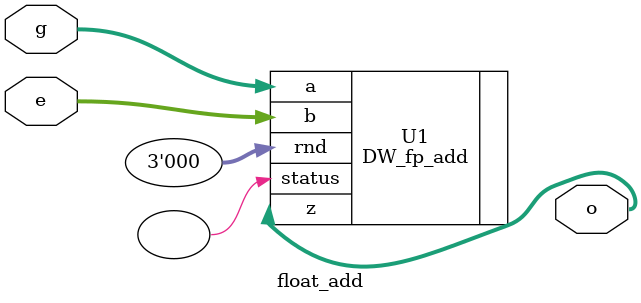
<source format=v>
`timescale 1ns / 1ps

module float_add(g, e, o);
  parameter sig_width = 23;
  parameter exp_width = 8;
  parameter ieee_compliance = 0;

  input  [sig_width+exp_width:0] g;
  input  [sig_width+exp_width:0] e;
  output [sig_width+exp_width:0] o;

  // Instance of DW_fp_add
  // more info: https://www.synopsys.com/dw/ipdir.php?c=DW_fp_add
  DW_fp_add
  #(
    sig_width,
    exp_width,
    ieee_compliance
  )
  U1
  (
    .a(g),
    .b(e),
    .rnd(3'b0), // rounding mode
    .z(o),
    .status()
  );

endmodule

</source>
